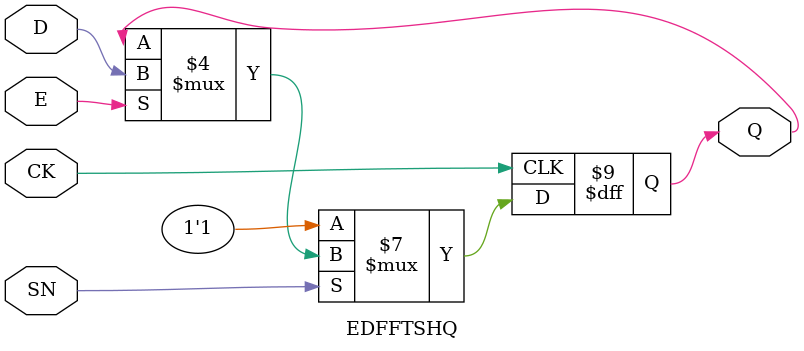
<source format=v>
module LUT2 (O,ADR0, ADR1);

  parameter INIT = 4'h0;

  output O;
  input ADR0, ADR1;
  assign O = INIT >> {ADR1,ADR0};

endmodule


module LUT3 (O, ADR0, ADR1, ADR2);

  parameter INIT = 8'h00;

  output O;
  input ADR0, ADR1, ADR2;
  assign O = INIT >> {ADR2,ADR1,ADR0};

endmodule



module LUT4 (O, ADR0, ADR1, ADR2, ADR3);

  parameter INIT = 16'h0000;

  output O;
  input ADR0, ADR1, ADR2, ADR3;

  assign O = INIT >> {ADR3,ADR2,ADR1,ADR0};

endmodule




module LUT5 (O,ADR0, ADR1, ADR2, ADR3, ADR4);

  parameter INIT =32'h00000000;

  input ADR0, ADR1, ADR2, ADR3, ADR4;

  output O;

  assign O = INIT >> {ADR4,ADR3,ADR2,ADR1,ADR0};

endmodule



module DFFHQ(Q,CK,D);
    output Q;
    input CK,D;
    reg Q;
    initial Q = 1'b0;
    always @(posedge CK)
    begin
        Q <= D;
    end
endmodule


module DFFRHQ(Q,CK,RN,D);
    output Q;
    input CK,RN,D;
    reg Q;
    initial Q = 1'b0;
    always @(posedge CK or negedge RN)
    begin
        if ( RN == 0 )
        	Q <= 0;
        else
        	Q <= D;
    end
endmodule

module DFFSHQ(Q,CK,SN,D);
    output Q;
    input CK,SN,D;
    reg Q;
    initial Q = 1'b0;
    always @(posedge CK or negedge SN)
    begin
        if ( SN == 0 )
        	Q <= 1;
        else
        	Q <= D;
    end
endmodule

module DFFNRHQ(Q,CKN,RN,D);
    output Q;
    input CKN,RN,D;
    reg Q;
    initial Q = 1'b0;
    always @(negedge CKN or negedge RN)
    begin
        if ( RN == 0 )
        	Q <= 0;
        else
        	Q <= D;
    end
endmodule

module DFFNSHQ(Q,CKN,SN,D);
    output Q;
    input CKN,SN,D;
    reg Q;
    initial Q = 1'b0;
    always @(negedge CKN or negedge SN)
    begin
        if ( SN == 0 )
        	Q <= 1;
        else
        	Q <= D;
    end
endmodule

module DFFNHQ(Q,CKN,D);
    output Q;
    input CKN,D;
    reg Q;
    initial Q = 1'b0;
    always @(negedge CKN)
    begin
        Q <= D;
    end
endmodule

module EDFFHQ(Q,CK,D,E);
    output Q;
    input CK,D,E;
    reg Q;
    initial Q = 1'b0;
    always @(posedge CK)
    begin
        if ( E )
            Q <= D;
    end
endmodule

module EDFFTRHQ(Q,CK,D,E,RN);
    output Q;
    input CK,D,E,RN;
    reg Q;
    initial Q = 1'b0;
    always @(posedge CK)
    begin
        if(!RN)
            Q <= 0;
        else
            if(E)
                Q <= D;
    end
endmodule

module EDFFTSHQ(Q,CK,D,E,SN);
    output Q;
    input CK,D,E,SN;
    reg Q;
    initial Q = 1'b0;
    always @(posedge CK)
    begin
        if(!SN)
            Q <= 1;
        else
            if(E)
                Q <= D;
    end
endmodule
</source>
